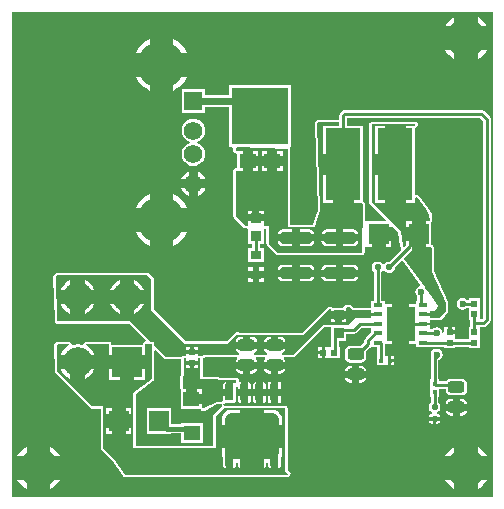
<source format=gtl>
G04*
G04 #@! TF.GenerationSoftware,Altium Limited,Altium Designer,19.1.6 (110)*
G04*
G04 Layer_Physical_Order=1*
G04 Layer_Color=255*
%FSLAX43Y43*%
%MOMM*%
G71*
G01*
G75*
%ADD12C,0.400*%
%ADD13C,0.250*%
%ADD14C,0.600*%
%ADD41R,2.490X3.000*%
%ADD42R,0.750X0.300*%
G04:AMPARAMS|DCode=43|XSize=0.5mm|YSize=0.5mm|CornerRadius=0.125mm|HoleSize=0mm|Usage=FLASHONLY|Rotation=90.000|XOffset=0mm|YOffset=0mm|HoleType=Round|Shape=RoundedRectangle|*
%AMROUNDEDRECTD43*
21,1,0.500,0.250,0,0,90.0*
21,1,0.250,0.500,0,0,90.0*
1,1,0.250,0.125,0.125*
1,1,0.250,0.125,-0.125*
1,1,0.250,-0.125,-0.125*
1,1,0.250,-0.125,0.125*
%
%ADD43ROUNDEDRECTD43*%
%ADD44R,0.550X0.550*%
%ADD45R,3.000X6.100*%
%ADD46R,1.400X1.250*%
%ADD47R,4.800X4.800*%
%ADD48R,0.900X0.850*%
%ADD49R,0.350X0.400*%
%ADD50R,0.400X0.350*%
%ADD51R,1.400X1.300*%
G04:AMPARAMS|DCode=52|XSize=2.7mm|YSize=1mm|CornerRadius=0.25mm|HoleSize=0mm|Usage=FLASHONLY|Rotation=0.000|XOffset=0mm|YOffset=0mm|HoleType=Round|Shape=RoundedRectangle|*
%AMROUNDEDRECTD52*
21,1,2.700,0.500,0,0,0.0*
21,1,2.200,1.000,0,0,0.0*
1,1,0.500,1.100,-0.250*
1,1,0.500,-1.100,-0.250*
1,1,0.500,-1.100,0.250*
1,1,0.500,1.100,0.250*
%
%ADD52ROUNDEDRECTD52*%
G04:AMPARAMS|DCode=53|XSize=1.4mm|YSize=1mm|CornerRadius=0.25mm|HoleSize=0mm|Usage=FLASHONLY|Rotation=0.000|XOffset=0mm|YOffset=0mm|HoleType=Round|Shape=RoundedRectangle|*
%AMROUNDEDRECTD53*
21,1,1.400,0.500,0,0,0.0*
21,1,0.900,1.000,0,0,0.0*
1,1,0.500,0.450,-0.250*
1,1,0.500,-0.450,-0.250*
1,1,0.500,-0.450,0.250*
1,1,0.500,0.450,0.250*
%
%ADD53ROUNDEDRECTD53*%
%ADD54R,0.950X0.800*%
%ADD55R,1.700X1.800*%
%ADD56R,0.550X0.550*%
G04:AMPARAMS|DCode=57|XSize=0.5mm|YSize=0.5mm|CornerRadius=0.125mm|HoleSize=0mm|Usage=FLASHONLY|Rotation=180.000|XOffset=0mm|YOffset=0mm|HoleType=Round|Shape=RoundedRectangle|*
%AMROUNDEDRECTD57*
21,1,0.500,0.250,0,0,180.0*
21,1,0.250,0.500,0,0,180.0*
1,1,0.250,-0.125,0.125*
1,1,0.250,0.125,0.125*
1,1,0.250,0.125,-0.125*
1,1,0.250,-0.125,-0.125*
%
%ADD57ROUNDEDRECTD57*%
G04:AMPARAMS|DCode=58|XSize=4.52mm|YSize=3.85mm|CornerRadius=0.481mm|HoleSize=0mm|Usage=FLASHONLY|Rotation=0.000|XOffset=0mm|YOffset=0mm|HoleType=Round|Shape=RoundedRectangle|*
%AMROUNDEDRECTD58*
21,1,4.520,2.888,0,0,0.0*
21,1,3.558,3.850,0,0,0.0*
1,1,0.963,1.779,-1.444*
1,1,0.963,-1.779,-1.444*
1,1,0.963,-1.779,1.444*
1,1,0.963,1.779,1.444*
%
%ADD58ROUNDEDRECTD58*%
G04:AMPARAMS|DCode=59|XSize=0.71mm|YSize=1.372mm|CornerRadius=0.089mm|HoleSize=0mm|Usage=FLASHONLY|Rotation=0.000|XOffset=0mm|YOffset=0mm|HoleType=Round|Shape=RoundedRectangle|*
%AMROUNDEDRECTD59*
21,1,0.710,1.195,0,0,0.0*
21,1,0.532,1.372,0,0,0.0*
1,1,0.178,0.266,-0.597*
1,1,0.178,-0.266,-0.597*
1,1,0.178,-0.266,0.597*
1,1,0.178,0.266,0.597*
%
%ADD59ROUNDEDRECTD59*%
%ADD60R,0.710X1.372*%
%ADD61C,0.381*%
%ADD62C,3.300*%
%ADD63R,1.570X1.570*%
%ADD64C,1.570*%
%ADD65C,4.000*%
%ADD66R,2.500X2.500*%
%ADD67C,2.500*%
%ADD68C,0.600*%
G36*
X98745Y55355D02*
X58055D01*
X58055Y96445D01*
X98745D01*
X98745Y55355D01*
D02*
G37*
%LPC*%
G36*
X97500Y95990D02*
Y95200D01*
X98290D01*
X98213Y95344D01*
X97957Y95657D01*
X97644Y95913D01*
X97500Y95990D01*
D02*
G37*
G36*
X95500D02*
X95356Y95913D01*
X95043Y95657D01*
X94787Y95344D01*
X94710Y95200D01*
X95500D01*
Y95990D01*
D02*
G37*
G36*
X71700Y94127D02*
Y92940D01*
X72887D01*
X72705Y93280D01*
X72405Y93645D01*
X72040Y93945D01*
X71700Y94127D01*
D02*
G37*
G36*
X69700Y94127D02*
X69360Y93945D01*
X68995Y93645D01*
X68695Y93280D01*
X68513Y92940D01*
X69700D01*
Y94127D01*
D02*
G37*
G36*
X98290Y93200D02*
X97500D01*
Y92410D01*
X97644Y92487D01*
X97957Y92743D01*
X98213Y93056D01*
X98290Y93200D01*
D02*
G37*
G36*
X95500D02*
X94710D01*
X94787Y93056D01*
X95043Y92743D01*
X95356Y92487D01*
X95500Y92410D01*
Y93200D01*
D02*
G37*
G36*
X72887Y90940D02*
X71700D01*
Y89753D01*
X72040Y89935D01*
X72405Y90235D01*
X72705Y90600D01*
X72887Y90940D01*
D02*
G37*
G36*
X69700D02*
X68513D01*
X68695Y90600D01*
X68995Y90235D01*
X69360Y89935D01*
X69700Y89753D01*
Y90940D01*
D02*
G37*
G36*
X81660Y90205D02*
X76460D01*
Y89380D01*
X74395D01*
Y89855D01*
X72425D01*
Y87885D01*
X74395D01*
Y88360D01*
X76460D01*
Y85005D01*
X76686D01*
X76714Y84992D01*
X76779Y84930D01*
X76796Y84908D01*
Y84642D01*
X76801Y84617D01*
X76803Y84591D01*
X76809Y84578D01*
X76812Y84564D01*
X76826Y84542D01*
X76837Y84519D01*
X76848Y84510D01*
X76856Y84498D01*
X76877Y84483D01*
X76896Y84466D01*
X76910Y84461D01*
X76922Y84453D01*
X76947Y84448D01*
X76972Y84440D01*
X77092Y84423D01*
X77120Y84300D01*
Y83300D01*
X77092Y83177D01*
X76972Y83160D01*
X76947Y83152D01*
X76922Y83146D01*
X76910Y83139D01*
X76896Y83134D01*
X76877Y83117D01*
X76856Y83102D01*
X76848Y83090D01*
X76837Y83081D01*
X76826Y83058D01*
X76812Y83036D01*
X76809Y83022D01*
X76803Y83009D01*
X76801Y82983D01*
X76796Y82958D01*
Y79100D01*
X76796Y79100D01*
X76812Y79022D01*
X76856Y78956D01*
X76856Y78956D01*
X77656Y78156D01*
X77722Y78112D01*
X77800Y78096D01*
X77942D01*
X77946Y78094D01*
X77979Y78072D01*
X78032Y78022D01*
X78050Y77989D01*
Y76800D01*
X78369D01*
Y76425D01*
X78025D01*
Y75225D01*
X79375D01*
Y76425D01*
X79031D01*
Y76800D01*
X79350D01*
Y77989D01*
X79368Y78022D01*
X79421Y78072D01*
X79454Y78094D01*
X79458Y78096D01*
X79596D01*
Y76800D01*
X79596Y76800D01*
X79612Y76722D01*
X79656Y76656D01*
X79656Y76656D01*
X80456Y75856D01*
X80522Y75812D01*
X80600Y75796D01*
X87700D01*
X87738Y75804D01*
X87776Y75811D01*
X87777Y75811D01*
X87778Y75812D01*
X87810Y75833D01*
X87843Y75854D01*
X87843Y75855D01*
X87844Y75856D01*
X87866Y75888D01*
X87888Y75920D01*
X87888Y75921D01*
X87888Y75922D01*
X87896Y75960D01*
X87904Y75998D01*
X87923Y78060D01*
X88050Y78059D01*
Y76500D01*
X88500D01*
Y77600D01*
X89100D01*
Y78200D01*
X90160D01*
X90267Y78244D01*
X90767Y77744D01*
X90934Y76537D01*
X90945Y76506D01*
X90953Y76475D01*
X90958Y76469D01*
X90960Y76462D01*
X90982Y76438D01*
X91002Y76412D01*
X91010Y76357D01*
X91005Y76286D01*
X90998Y76267D01*
X89988Y75256D01*
X89875D01*
X89748Y75231D01*
X89641Y75159D01*
X89569Y75052D01*
X89565Y75031D01*
X89435D01*
X89431Y75052D01*
X89359Y75159D01*
X89252Y75231D01*
X89125Y75256D01*
X88875D01*
X88748Y75231D01*
X88641Y75159D01*
X88569Y75052D01*
X88544Y74925D01*
Y74675D01*
X88569Y74548D01*
X88641Y74441D01*
X88669Y74422D01*
Y71950D01*
X88480D01*
Y71444D01*
X88390Y71354D01*
X88353Y71354D01*
X86984D01*
X86794Y71544D01*
X86728Y71588D01*
X86650Y71604D01*
X86467D01*
X86445Y71600D01*
X86424Y71599D01*
X86307Y71574D01*
X86290Y71567D01*
X86272Y71563D01*
X86254Y71551D01*
X86234Y71543D01*
X86221Y71530D01*
X86206Y71519D01*
X86194Y71501D01*
X86179Y71486D01*
X86172Y71468D01*
X86162Y71453D01*
X86157Y71432D01*
X86149Y71412D01*
X86030Y71375D01*
X85179D01*
X85128Y71409D01*
X85001Y71461D01*
X84923Y71477D01*
X84845Y71461D01*
X84779Y71417D01*
X82616Y69254D01*
X77309D01*
X77269Y69294D01*
X77203Y69338D01*
X77125Y69354D01*
X77047Y69338D01*
X76981Y69294D01*
X76216Y68529D01*
X72759D01*
X70054Y71234D01*
Y73800D01*
X70054Y73800D01*
X70038Y73878D01*
X69994Y73944D01*
X69669Y74269D01*
X69603Y74313D01*
X69525Y74329D01*
X61878D01*
X61841Y74322D01*
X61804Y74315D01*
X61802Y74314D01*
X61800Y74313D01*
X61768Y74292D01*
X61737Y74272D01*
X61613Y74153D01*
X61610Y74149D01*
X61606Y74146D01*
X61588Y74117D01*
X61568Y74088D01*
X61567Y74083D01*
X61564Y74078D01*
X61558Y74044D01*
X61551Y74010D01*
X61552Y74005D01*
X61551Y74000D01*
X61671Y70219D01*
X61679Y70183D01*
X61687Y70147D01*
X61688Y70144D01*
X61689Y70141D01*
X61710Y70111D01*
X61731Y70081D01*
X61734Y70079D01*
X61735Y70076D01*
X61767Y70057D01*
X61797Y70037D01*
X61800Y70036D01*
X61803Y70034D01*
X61839Y70028D01*
X61875Y70021D01*
X67966D01*
X69366Y68620D01*
X69311Y68496D01*
X69272Y68488D01*
X69206Y68444D01*
X69162Y68378D01*
X69146Y68300D01*
Y68250D01*
X66454D01*
Y68300D01*
X66438Y68378D01*
X66394Y68444D01*
X66328Y68488D01*
X66250Y68504D01*
X64351D01*
X64336Y68501D01*
X64321Y68502D01*
X64298Y68493D01*
X64273Y68488D01*
X64261Y68480D01*
X64246Y68475D01*
X64228Y68458D01*
X64207Y68444D01*
X64199Y68432D01*
X64187Y68421D01*
X64177Y68399D01*
X64163Y68378D01*
X64160Y68363D01*
X64153Y68350D01*
X64137Y68284D01*
X64016Y68208D01*
X63997Y68205D01*
X63979Y68213D01*
X63600Y68263D01*
X63221Y68213D01*
X63203Y68205D01*
X63184Y68208D01*
X63063Y68284D01*
X63047Y68350D01*
X63040Y68363D01*
X63037Y68378D01*
X63023Y68399D01*
X63013Y68421D01*
X63001Y68432D01*
X62993Y68444D01*
X62972Y68458D01*
X62954Y68475D01*
X62939Y68480D01*
X62927Y68488D01*
X62902Y68493D01*
X62879Y68502D01*
X62864Y68501D01*
X62849Y68504D01*
X61942D01*
X61941Y68504D01*
X61939Y68504D01*
X61902Y68496D01*
X61864Y68488D01*
X61863Y68488D01*
X61862Y68487D01*
X61830Y68465D01*
X61798Y68444D01*
X61797Y68443D01*
X61796Y68442D01*
X61682Y68324D01*
X61681Y68323D01*
X61679Y68322D01*
X61659Y68289D01*
X61639Y68257D01*
X61638Y68256D01*
X61637Y68254D01*
X61631Y68217D01*
X61624Y68179D01*
X61625Y68177D01*
X61624Y68175D01*
X61696Y65968D01*
X61704Y65933D01*
X61712Y65897D01*
X61713Y65894D01*
X61714Y65891D01*
X61736Y65861D01*
X61756Y65831D01*
X64706Y62881D01*
X64772Y62837D01*
X64850Y62821D01*
X65571D01*
Y59475D01*
X65571Y59475D01*
X65587Y59397D01*
X65631Y59331D01*
X65631Y59331D01*
X66519Y58443D01*
X67484Y57082D01*
X67496Y57070D01*
X67506Y57056D01*
X67525Y57043D01*
X67541Y57027D01*
X67558Y57021D01*
X67572Y57012D01*
X67594Y57007D01*
X67616Y56999D01*
X67633Y56999D01*
X67650Y56996D01*
X81370D01*
X81393Y57001D01*
X81417Y57001D01*
X81432Y57008D01*
X81448Y57012D01*
X81468Y57025D01*
X81489Y57034D01*
X81501Y57046D01*
X81515Y57056D01*
X81528Y57075D01*
X81544Y57092D01*
X81612Y57203D01*
X81618Y57219D01*
X81628Y57233D01*
X81632Y57256D01*
X81640Y57278D01*
X81640Y57294D01*
X81643Y57311D01*
X81639Y57334D01*
X81638Y57357D01*
X81631Y57372D01*
X81628Y57389D01*
X81615Y57408D01*
X81605Y57430D01*
X81593Y57441D01*
X81583Y57455D01*
X81379Y57659D01*
Y62875D01*
X81363Y62953D01*
X81319Y63019D01*
X81253Y63063D01*
X81175Y63079D01*
X76067D01*
X76053Y63088D01*
X75996Y63100D01*
X75977Y63104D01*
X75973Y63111D01*
X75941Y63226D01*
X75965Y63238D01*
X75974Y63248D01*
X75985Y63256D01*
X76081Y63331D01*
X76194Y63308D01*
X76726D01*
X76839Y63331D01*
X76934Y63395D01*
X76998Y63490D01*
X77021Y63603D01*
Y64704D01*
X77042Y64715D01*
X77169Y64634D01*
Y64465D01*
X77465D01*
Y65092D01*
X77464D01*
X77382Y65075D01*
X77283Y65127D01*
X77251Y65155D01*
X77245Y65256D01*
X77237Y65285D01*
X77232Y65315D01*
X77227Y65323D01*
X77224Y65333D01*
X77206Y65357D01*
X77190Y65383D01*
X77182Y65388D01*
X77176Y65396D01*
X77150Y65411D01*
X77126Y65429D01*
X77116Y65431D01*
X77107Y65436D01*
X77077Y65440D01*
X77048Y65447D01*
X74204Y65545D01*
X74204Y67065D01*
X74207Y67066D01*
X74224Y67077D01*
X74243Y67085D01*
X74257Y67099D01*
X74273Y67110D01*
X74359Y67196D01*
X77079D01*
X77116Y67100D01*
X77122Y67069D01*
X77026Y66926D01*
X77001Y66800D01*
X77900D01*
X78799D01*
X78774Y66926D01*
X78678Y67069D01*
X78684Y67100D01*
X78721Y67196D01*
X79479D01*
X79516Y67100D01*
X79522Y67069D01*
X79426Y66926D01*
X79401Y66800D01*
X81199D01*
X81174Y66926D01*
X81078Y67069D01*
X81084Y67100D01*
X81121Y67196D01*
X81850D01*
X81850Y67196D01*
X81928Y67212D01*
X81994Y67256D01*
X81994Y67256D01*
X84434Y69696D01*
X85050D01*
Y68932D01*
X85044Y68900D01*
Y68050D01*
X84590D01*
Y67575D01*
Y67100D01*
X85800D01*
Y68050D01*
X85706D01*
Y68575D01*
X86350D01*
Y69169D01*
X87000D01*
X87127Y69194D01*
X87234Y69266D01*
X87637Y69669D01*
X88460D01*
X88480Y69550D01*
X88480Y69550D01*
X88480Y69550D01*
Y69319D01*
X87992Y68831D01*
X87920Y68723D01*
X87895Y68596D01*
Y68439D01*
X87590Y68134D01*
X86700D01*
X86524Y68099D01*
X86376Y67999D01*
X86276Y67851D01*
X86241Y67675D01*
Y67175D01*
X86276Y66999D01*
X86376Y66851D01*
X86524Y66751D01*
X86700Y66716D01*
X87600D01*
X87776Y66751D01*
X87924Y66851D01*
X88024Y66999D01*
X88059Y67175D01*
Y67665D01*
X88380Y67986D01*
X88480Y68050D01*
X88974D01*
Y67275D01*
X88925D01*
Y66525D01*
X89895D01*
Y66900D01*
Y67275D01*
X89636D01*
Y68300D01*
X90250D01*
Y70000D01*
Y71700D01*
X89630D01*
Y71950D01*
X89331D01*
Y74422D01*
X89359Y74441D01*
X89431Y74548D01*
X89435Y74569D01*
X89565D01*
X89569Y74548D01*
X89641Y74441D01*
X89748Y74369D01*
X89875Y74344D01*
X90125D01*
X90252Y74369D01*
X90359Y74441D01*
X90431Y74548D01*
X90456Y74675D01*
Y74788D01*
X91009Y75340D01*
X91174Y75326D01*
X92619Y73302D01*
X92572Y73184D01*
X92505Y73171D01*
X92340Y73060D01*
X92229Y72895D01*
X92190Y72700D01*
X92229Y72505D01*
X92340Y72340D01*
X92369Y72320D01*
Y71950D01*
X92270D01*
Y71700D01*
X91650D01*
Y70000D01*
Y68300D01*
X92270D01*
Y68050D01*
X93420D01*
Y68069D01*
X94625D01*
Y67925D01*
X95575D01*
Y68069D01*
X96725D01*
Y67925D01*
X97675D01*
Y68825D01*
Y69719D01*
X97950D01*
X98077Y69744D01*
X98184Y69816D01*
X98484Y70116D01*
X98556Y70223D01*
X98581Y70350D01*
Y87350D01*
X98556Y87477D01*
X98484Y87584D01*
X98034Y88034D01*
X97927Y88106D01*
X97800Y88131D01*
X86246D01*
X86120Y88106D01*
X86012Y88034D01*
X85866Y87888D01*
X85794Y87780D01*
X85769Y87654D01*
Y87304D01*
X83991D01*
X83990Y87304D01*
X83988Y87304D01*
X83951Y87296D01*
X83913Y87288D01*
X83912Y87287D01*
X83910Y87287D01*
X83879Y87265D01*
X83847Y87244D01*
X83846Y87243D01*
X83845Y87242D01*
X83756Y87151D01*
X83756Y87149D01*
X83754Y87148D01*
X83734Y87116D01*
X83713Y87084D01*
X83713Y87082D01*
X83712Y87080D01*
X83706Y87043D01*
X83699Y87005D01*
X83699Y87004D01*
X83699Y87002D01*
X83945Y79585D01*
X83710Y78973D01*
X83708Y78964D01*
X83704Y78956D01*
X83546Y78404D01*
X81604Y78404D01*
X81604Y84780D01*
X81597Y84814D01*
X81592Y84849D01*
X81589Y84853D01*
X81588Y84858D01*
X81575Y84878D01*
X81583Y84915D01*
X81622Y84992D01*
X81635Y85005D01*
X81660D01*
Y90205D01*
D02*
G37*
G36*
X73410Y87364D02*
X73153Y87330D01*
X72913Y87230D01*
X72707Y87073D01*
X72550Y86867D01*
X72450Y86627D01*
X72416Y86370D01*
X72450Y86113D01*
X72550Y85873D01*
X72707Y85667D01*
X72913Y85510D01*
X73084Y85439D01*
Y85301D01*
X72913Y85230D01*
X72707Y85073D01*
X72550Y84867D01*
X72450Y84627D01*
X72416Y84370D01*
X72450Y84113D01*
X72550Y83873D01*
X72707Y83667D01*
X72913Y83510D01*
X73153Y83410D01*
X73410Y83377D01*
X73667Y83410D01*
X73907Y83510D01*
X74113Y83667D01*
X74270Y83873D01*
X74370Y84113D01*
X74404Y84370D01*
X74370Y84627D01*
X74270Y84867D01*
X74113Y85073D01*
X73907Y85230D01*
X73736Y85301D01*
Y85439D01*
X73907Y85510D01*
X74113Y85667D01*
X74270Y85873D01*
X74370Y86113D01*
X74404Y86370D01*
X74370Y86627D01*
X74270Y86867D01*
X74113Y87073D01*
X73907Y87230D01*
X73667Y87330D01*
X73410Y87364D01*
D02*
G37*
G36*
X73810Y82879D02*
Y82270D01*
X74419D01*
X74358Y82417D01*
X74184Y82644D01*
X73957Y82818D01*
X73810Y82879D01*
D02*
G37*
G36*
X73010D02*
X72863Y82818D01*
X72636Y82644D01*
X72462Y82417D01*
X72401Y82270D01*
X73010D01*
Y82879D01*
D02*
G37*
G36*
X74419Y81470D02*
X73810D01*
Y80861D01*
X73957Y80922D01*
X74184Y81096D01*
X74358Y81323D01*
X74419Y81470D01*
D02*
G37*
G36*
X73010D02*
X72401D01*
X72462Y81323D01*
X72636Y81096D01*
X72863Y80922D01*
X73010Y80861D01*
Y81470D01*
D02*
G37*
G36*
X71700Y80987D02*
Y79800D01*
X72887D01*
X72705Y80140D01*
X72405Y80505D01*
X72040Y80805D01*
X71700Y80987D01*
D02*
G37*
G36*
X69700D02*
X69360Y80805D01*
X68995Y80505D01*
X68695Y80140D01*
X68513Y79800D01*
X69700D01*
Y80987D01*
D02*
G37*
G36*
X72887Y77800D02*
X71700D01*
Y76613D01*
X72040Y76795D01*
X72405Y77095D01*
X72705Y77460D01*
X72887Y77800D01*
D02*
G37*
G36*
X69700D02*
X68513D01*
X68695Y77460D01*
X68995Y77095D01*
X69360Y76795D01*
X69700Y76613D01*
Y77800D01*
D02*
G37*
G36*
X90150Y77000D02*
X89700D01*
Y76500D01*
X90150D01*
Y77000D01*
D02*
G37*
G36*
X86900Y75009D02*
X86100D01*
Y74600D01*
X87349D01*
X87324Y74726D01*
X87224Y74874D01*
X87076Y74974D01*
X86900Y75009D01*
D02*
G37*
G36*
X85500D02*
X84700D01*
X84524Y74974D01*
X84376Y74874D01*
X84276Y74726D01*
X84251Y74600D01*
X85500D01*
Y75009D01*
D02*
G37*
G36*
X83200D02*
X82400D01*
Y74600D01*
X83649D01*
X83624Y74726D01*
X83524Y74874D01*
X83376Y74974D01*
X83200Y75009D01*
D02*
G37*
G36*
X81800D02*
X81000D01*
X80824Y74974D01*
X80676Y74874D01*
X80576Y74726D01*
X80551Y74600D01*
X81800D01*
Y75009D01*
D02*
G37*
G36*
X79375Y74775D02*
X78965D01*
Y74440D01*
X79375D01*
Y74775D01*
D02*
G37*
G36*
X78435D02*
X78025D01*
Y74440D01*
X78435D01*
Y74775D01*
D02*
G37*
G36*
X87349Y74000D02*
X86100D01*
Y73591D01*
X86900D01*
X87076Y73626D01*
X87224Y73726D01*
X87324Y73874D01*
X87349Y74000D01*
D02*
G37*
G36*
X85500D02*
X84251D01*
X84276Y73874D01*
X84376Y73726D01*
X84524Y73626D01*
X84700Y73591D01*
X85500D01*
Y74000D01*
D02*
G37*
G36*
X83649D02*
X82400D01*
Y73591D01*
X83200D01*
X83376Y73626D01*
X83524Y73726D01*
X83624Y73874D01*
X83649Y74000D01*
D02*
G37*
G36*
X81800D02*
X80551D01*
X80576Y73874D01*
X80676Y73726D01*
X80824Y73626D01*
X81000Y73591D01*
X81800D01*
Y74000D01*
D02*
G37*
G36*
X79375Y73910D02*
X78965D01*
Y73575D01*
X79375D01*
Y73910D01*
D02*
G37*
G36*
X78435D02*
X78025D01*
Y73575D01*
X78435D01*
Y73910D01*
D02*
G37*
G36*
X84260Y68050D02*
X83950D01*
Y67740D01*
X84260D01*
Y68050D01*
D02*
G37*
G36*
Y67410D02*
X83950D01*
Y67100D01*
X84260D01*
Y67410D01*
D02*
G37*
G36*
X90425Y67275D02*
X90155D01*
Y67030D01*
X90425D01*
Y67275D01*
D02*
G37*
G36*
Y66770D02*
X90155D01*
Y66525D01*
X90425D01*
Y66770D01*
D02*
G37*
G36*
X87600Y66434D02*
X87450D01*
Y66025D01*
X88049D01*
X88024Y66151D01*
X87924Y66299D01*
X87776Y66399D01*
X87600Y66434D01*
D02*
G37*
G36*
X86850D02*
X86700D01*
X86524Y66399D01*
X86376Y66299D01*
X86276Y66151D01*
X86251Y66025D01*
X86850D01*
Y66434D01*
D02*
G37*
G36*
X81199Y66200D02*
X80600D01*
Y65791D01*
X80750D01*
X80926Y65826D01*
X81074Y65926D01*
X81174Y66074D01*
X81199Y66200D01*
D02*
G37*
G36*
X80000D02*
X79401D01*
X79426Y66074D01*
X79526Y65926D01*
X79674Y65826D01*
X79850Y65791D01*
X80000D01*
Y66200D01*
D02*
G37*
G36*
X78799D02*
X78200D01*
Y65791D01*
X78350D01*
X78526Y65826D01*
X78674Y65926D01*
X78774Y66074D01*
X78799Y66200D01*
D02*
G37*
G36*
X77600D02*
X77001D01*
X77026Y66074D01*
X77126Y65926D01*
X77274Y65826D01*
X77450Y65791D01*
X77600D01*
Y66200D01*
D02*
G37*
G36*
X88049Y65425D02*
X87450D01*
Y65016D01*
X87600D01*
X87776Y65051D01*
X87924Y65151D01*
X88024Y65299D01*
X88049Y65425D01*
D02*
G37*
G36*
X86850D02*
X86251D01*
X86276Y65299D01*
X86376Y65151D01*
X86524Y65051D01*
X86700Y65016D01*
X86850D01*
Y65425D01*
D02*
G37*
G36*
X80825Y65086D02*
X80535D01*
Y64465D01*
X80825D01*
Y65086D01*
D02*
G37*
G36*
X80005D02*
X79715D01*
Y64465D01*
X80005D01*
Y65086D01*
D02*
G37*
G36*
X79266Y65092D02*
X79265D01*
Y64465D01*
X79561D01*
Y64797D01*
X79538Y64910D01*
X79474Y65005D01*
X79379Y65069D01*
X79266Y65092D01*
D02*
G37*
G36*
X78735D02*
X78734D01*
X78621Y65069D01*
X78526Y65005D01*
X78462Y64910D01*
X78439Y64797D01*
Y64465D01*
X78735D01*
Y65092D01*
D02*
G37*
G36*
X77996D02*
X77995D01*
Y64465D01*
X78291D01*
Y64797D01*
X78268Y64910D01*
X78204Y65005D01*
X78109Y65069D01*
X77996Y65092D01*
D02*
G37*
G36*
X94000Y67910D02*
X93805Y67871D01*
X93640Y67760D01*
X93529Y67595D01*
X93490Y67400D01*
X93519Y67257D01*
X93494Y67130D01*
Y65325D01*
X93450D01*
Y64525D01*
Y63825D01*
X93494D01*
Y63353D01*
X93466Y63334D01*
X93394Y63227D01*
X93369Y63100D01*
Y62850D01*
X93394Y62723D01*
X93466Y62616D01*
X93573Y62544D01*
X93594Y62540D01*
Y62410D01*
X93573Y62406D01*
X93466Y62334D01*
X93394Y62227D01*
X93377Y62140D01*
X93825D01*
X94273D01*
X94256Y62227D01*
X94184Y62334D01*
X94077Y62406D01*
X94056Y62410D01*
Y62540D01*
X94077Y62544D01*
X94184Y62616D01*
X94256Y62723D01*
X94281Y62850D01*
Y63100D01*
X94256Y63227D01*
X94184Y63334D01*
X94156Y63353D01*
Y63825D01*
X94200D01*
Y64519D01*
X94766D01*
Y64400D01*
X94801Y64224D01*
X94901Y64076D01*
X95049Y63976D01*
X95225Y63941D01*
X96125D01*
X96301Y63976D01*
X96449Y64076D01*
X96549Y64224D01*
X96584Y64400D01*
Y64900D01*
X96549Y65076D01*
X96449Y65224D01*
X96301Y65324D01*
X96125Y65359D01*
X95225D01*
X95049Y65324D01*
X94901Y65224D01*
X94872Y65181D01*
X94200D01*
Y65325D01*
X94156D01*
Y66921D01*
X94195Y66929D01*
X94360Y67040D01*
X94471Y67205D01*
X94510Y67400D01*
X94471Y67595D01*
X94360Y67760D01*
X94195Y67871D01*
X94000Y67910D01*
D02*
G37*
G36*
X80825Y63935D02*
X80535D01*
Y63314D01*
X80825D01*
Y63935D01*
D02*
G37*
G36*
X80005D02*
X79715D01*
Y63314D01*
X80005D01*
Y63935D01*
D02*
G37*
G36*
X79561D02*
X79265D01*
Y63308D01*
X79266D01*
X79379Y63331D01*
X79474Y63395D01*
X79538Y63490D01*
X79561Y63603D01*
Y63935D01*
D02*
G37*
G36*
X78735D02*
X78439D01*
Y63603D01*
X78462Y63490D01*
X78526Y63395D01*
X78621Y63331D01*
X78734Y63308D01*
X78735D01*
Y63935D01*
D02*
G37*
G36*
X78291D02*
X77995D01*
Y63308D01*
X77996D01*
X78109Y63331D01*
X78204Y63395D01*
X78268Y63490D01*
X78291Y63603D01*
Y63935D01*
D02*
G37*
G36*
X77465D02*
X77169D01*
Y63603D01*
X77192Y63490D01*
X77256Y63395D01*
X77351Y63331D01*
X77464Y63308D01*
X77465D01*
Y63935D01*
D02*
G37*
G36*
X96125Y63659D02*
X95975D01*
Y63250D01*
X96574D01*
X96549Y63376D01*
X96449Y63524D01*
X96301Y63624D01*
X96125Y63659D01*
D02*
G37*
G36*
X95375D02*
X95225D01*
X95049Y63624D01*
X94901Y63524D01*
X94801Y63376D01*
X94776Y63250D01*
X95375D01*
Y63659D01*
D02*
G37*
G36*
X96574Y62650D02*
X95975D01*
Y62241D01*
X96125D01*
X96301Y62276D01*
X96449Y62376D01*
X96549Y62524D01*
X96574Y62650D01*
D02*
G37*
G36*
X95375D02*
X94776D01*
X94801Y62524D01*
X94901Y62376D01*
X95049Y62276D01*
X95225Y62241D01*
X95375D01*
Y62650D01*
D02*
G37*
G36*
X94273Y61810D02*
X93990D01*
Y61527D01*
X94077Y61544D01*
X94184Y61616D01*
X94256Y61723D01*
X94273Y61810D01*
D02*
G37*
G36*
X93660D02*
X93377D01*
X93394Y61723D01*
X93466Y61616D01*
X93573Y61544D01*
X93660Y61527D01*
Y61810D01*
D02*
G37*
G36*
X97500Y59590D02*
Y58800D01*
X98290D01*
X98213Y58944D01*
X97957Y59257D01*
X97644Y59513D01*
X97500Y59590D01*
D02*
G37*
G36*
X95500D02*
X95356Y59513D01*
X95043Y59257D01*
X94787Y58944D01*
X94710Y58800D01*
X95500D01*
Y59590D01*
D02*
G37*
G36*
X61300D02*
Y58800D01*
X62090D01*
X62013Y58944D01*
X61757Y59257D01*
X61444Y59513D01*
X61300Y59590D01*
D02*
G37*
G36*
X59300D02*
X59156Y59513D01*
X58843Y59257D01*
X58587Y58944D01*
X58510Y58800D01*
X59300D01*
Y59590D01*
D02*
G37*
G36*
X98290Y56800D02*
X97500D01*
Y56010D01*
X97644Y56087D01*
X97957Y56343D01*
X98213Y56656D01*
X98290Y56800D01*
D02*
G37*
G36*
X95500D02*
X94710D01*
X94787Y56656D01*
X95043Y56343D01*
X95356Y56087D01*
X95500Y56010D01*
Y56800D01*
D02*
G37*
G36*
X62090D02*
X61300D01*
Y56010D01*
X61444Y56087D01*
X61757Y56343D01*
X62013Y56656D01*
X62090Y56800D01*
D02*
G37*
G36*
X59300D02*
X58510D01*
X58587Y56656D01*
X58843Y56343D01*
X59156Y56087D01*
X59300Y56010D01*
Y56800D01*
D02*
G37*
%LPD*%
G36*
X85769Y86750D02*
X84400D01*
Y84400D01*
X86100D01*
Y83500D01*
X87000D01*
Y80250D01*
X87649D01*
X87739Y80160D01*
X87700Y76000D01*
X80600D01*
X79800Y76800D01*
Y78300D01*
X79456D01*
X79350Y78350D01*
X79350Y78427D01*
Y78675D01*
X78700D01*
X78050D01*
Y78427D01*
X78050Y78350D01*
X77944Y78300D01*
X77800D01*
X77000Y79100D01*
Y82958D01*
X77120Y82975D01*
X77127Y82975D01*
X77590D01*
Y83800D01*
Y84625D01*
X77127D01*
X77120Y84625D01*
X77000Y84642D01*
Y84908D01*
X77092Y84995D01*
X81400Y84780D01*
X81400Y78200D01*
X83700Y78200D01*
X83900Y78900D01*
X84150Y79550D01*
X83903Y87009D01*
X83991Y87100D01*
X85769D01*
Y86750D01*
D02*
G37*
G36*
X92205Y86875D02*
X92199Y86851D01*
X92110Y86750D01*
X91400D01*
Y83500D01*
Y80250D01*
X92200D01*
Y80662D01*
X92327Y80705D01*
X93100Y79700D01*
X93400Y79200D01*
X93434Y78793D01*
X93348Y78700D01*
X93100D01*
Y77600D01*
Y76500D01*
X93550D01*
X93600Y76394D01*
Y74400D01*
X94800Y71800D01*
Y71100D01*
X94300Y70500D01*
X93420D01*
Y70700D01*
X92845D01*
Y70900D01*
X93420D01*
Y71100D01*
X93800D01*
X94000Y71300D01*
X94100Y71500D01*
X93800Y72000D01*
X93175Y72875D01*
X93171Y72895D01*
X93060Y73060D01*
X93026Y73083D01*
X91279Y75530D01*
X91269Y75600D01*
X91900Y76231D01*
Y77000D01*
X91450D01*
Y76907D01*
X91444Y76875D01*
Y76712D01*
X91256Y76525D01*
X91136Y76565D01*
X90960Y77840D01*
X90150Y78650D01*
Y78700D01*
X90100D01*
X88500Y80300D01*
X88500Y86900D01*
X92198D01*
X92205Y86875D01*
D02*
G37*
G36*
X97919Y87213D02*
Y70487D01*
X97813Y70381D01*
X97675D01*
Y71225D01*
Y72175D01*
X96725D01*
Y72031D01*
X96580D01*
X96560Y72060D01*
X96395Y72171D01*
X96200Y72210D01*
X96005Y72171D01*
X95840Y72060D01*
X95729Y71895D01*
X95690Y71700D01*
X95729Y71505D01*
X95840Y71340D01*
X96005Y71229D01*
X96200Y71190D01*
X96395Y71229D01*
X96560Y71340D01*
X96580Y71369D01*
X96725D01*
Y70325D01*
X96869D01*
Y69775D01*
X96725D01*
Y68731D01*
X95575D01*
Y69135D01*
X95100D01*
Y69300D01*
X94935D01*
Y69775D01*
X94625D01*
Y69272D01*
X94498Y69259D01*
X94471Y69395D01*
X94360Y69560D01*
X94195Y69671D01*
X94000Y69710D01*
X93805Y69671D01*
X93640Y69560D01*
X93620Y69531D01*
X93440D01*
X93420Y69650D01*
X93420Y69650D01*
X93420Y69650D01*
Y69900D01*
X92845D01*
Y70100D01*
X93420D01*
Y70296D01*
X94300D01*
X94309Y70298D01*
X94318Y70297D01*
X94348Y70306D01*
X94378Y70312D01*
X94386Y70317D01*
X94395Y70319D01*
X94419Y70339D01*
X94444Y70356D01*
X94449Y70364D01*
X94457Y70369D01*
X94957Y70969D01*
X94971Y70996D01*
X94988Y71022D01*
X94990Y71031D01*
X94995Y71039D01*
X94998Y71070D01*
X95004Y71100D01*
Y71800D01*
X95003Y71804D01*
X95004Y71808D01*
X94995Y71843D01*
X94988Y71878D01*
X94986Y71881D01*
X94985Y71885D01*
X93804Y74445D01*
Y76394D01*
X93803Y76398D01*
X93804Y76403D01*
X93795Y76437D01*
X93788Y76472D01*
X93786Y76476D01*
X93785Y76481D01*
X93735Y76587D01*
X93714Y76615D01*
X93694Y76644D01*
X93690Y76647D01*
X93687Y76651D01*
X93657Y76669D01*
X93628Y76688D01*
X93623Y76689D01*
X93619Y76692D01*
X93584Y76697D01*
X93550Y76704D01*
Y78618D01*
X93584Y78655D01*
X93586Y78659D01*
X93590Y78662D01*
X93607Y78693D01*
X93625Y78723D01*
X93626Y78728D01*
X93628Y78731D01*
X93632Y78767D01*
X93638Y78802D01*
X93637Y78806D01*
X93637Y78810D01*
X93603Y79217D01*
X93601Y79223D01*
X93602Y79230D01*
X93590Y79261D01*
X93581Y79293D01*
X93577Y79299D01*
X93575Y79305D01*
X93275Y79805D01*
X93267Y79814D01*
X93262Y79824D01*
X92489Y80829D01*
X92484Y80834D01*
X92480Y80839D01*
X92454Y80860D01*
X92429Y80882D01*
X92422Y80884D01*
X92417Y80888D01*
X92385Y80896D01*
X92353Y80907D01*
X92347Y80907D01*
X92340Y80908D01*
X92327Y80907D01*
X92284Y80924D01*
X92207Y80990D01*
X92200Y80999D01*
Y86567D01*
X92226Y86587D01*
X92254Y86606D01*
X92257Y86611D01*
X92262Y86615D01*
X92352Y86716D01*
X92356Y86723D01*
X92362Y86729D01*
X92376Y86757D01*
X92392Y86785D01*
X92393Y86793D01*
X92396Y86800D01*
X92403Y86824D01*
X92403Y86839D01*
X92408Y86854D01*
X92406Y86879D01*
X92407Y86904D01*
X92402Y86918D01*
X92400Y86933D01*
X92393Y86958D01*
X92388Y86968D01*
X92386Y86978D01*
X92370Y87002D01*
X92356Y87028D01*
X92348Y87035D01*
X92342Y87044D01*
X92317Y87061D01*
X92295Y87079D01*
X92284Y87082D01*
X92276Y87088D01*
X92247Y87094D01*
X92219Y87103D01*
X92208Y87102D01*
X92198Y87104D01*
X88500D01*
X88422Y87088D01*
X88356Y87044D01*
X88312Y86978D01*
X88296Y86900D01*
X88296Y80300D01*
X88312Y80222D01*
X88356Y80156D01*
X88356Y80156D01*
X89694Y78817D01*
X89646Y78700D01*
X88056D01*
X87929Y78715D01*
X87942Y80158D01*
X87942Y80158D01*
X87942Y80159D01*
X87935Y80198D01*
X87928Y80236D01*
X87927Y80236D01*
X87927Y80237D01*
X87906Y80270D01*
X87884Y80303D01*
X87884Y80303D01*
X87883Y80303D01*
X87800Y80387D01*
Y86750D01*
X86431D01*
Y87469D01*
X97663D01*
X97919Y87213D01*
D02*
G37*
G36*
X69850Y73800D02*
Y71150D01*
X72675Y68325D01*
X76300D01*
X77125Y69150D01*
X77225Y69050D01*
X82700D01*
X84923Y71273D01*
X85050Y71220D01*
Y71050D01*
X85700D01*
X86350D01*
Y71375D01*
X86467Y71400D01*
X86650D01*
X86900Y71150D01*
X88353D01*
X88480Y71150D01*
Y70900D01*
X89055D01*
Y70700D01*
X88480D01*
Y70475D01*
X87075D01*
X86500Y69900D01*
X84350D01*
X81850Y67400D01*
X80943D01*
X80926Y67526D01*
X81074Y67626D01*
X81174Y67774D01*
X81199Y67900D01*
X79401D01*
X79426Y67774D01*
X79526Y67626D01*
X79674Y67526D01*
X79657Y67400D01*
X78543D01*
X78526Y67526D01*
X78674Y67626D01*
X78774Y67774D01*
X78799Y67900D01*
X77900D01*
Y68200D01*
D01*
Y67900D01*
X77001D01*
X77026Y67774D01*
X77126Y67626D01*
X77274Y67526D01*
X77257Y67400D01*
X74275D01*
X74129Y67254D01*
X74078Y67288D01*
X74000Y67304D01*
X73775D01*
Y67435D01*
X73300D01*
X72825D01*
Y67304D01*
X72600D01*
X72522Y67288D01*
X72456Y67244D01*
X72426Y67200D01*
X71075D01*
X70104Y68171D01*
Y68300D01*
X70088Y68378D01*
X70044Y68444D01*
X69978Y68488D01*
X69900Y68504D01*
X69771D01*
X68050Y70225D01*
X61875D01*
X61755Y74006D01*
X61878Y74125D01*
X69525D01*
X69850Y73800D01*
D02*
G37*
G36*
X69900Y65300D02*
X68325Y64125D01*
Y59475D01*
X75325D01*
X75300Y59500D01*
Y62225D01*
X75975Y62900D01*
X76000Y62875D01*
X81175D01*
Y57575D01*
X81439Y57311D01*
X81370Y57200D01*
X67650D01*
X66675Y58575D01*
X65775Y59475D01*
Y63025D01*
X64850D01*
X61900Y65975D01*
X61828Y68182D01*
X61942Y68300D01*
X62849D01*
X62881Y68173D01*
X62735Y68095D01*
X62499Y67901D01*
X62305Y67665D01*
X62163Y67400D01*
X63600D01*
X65037D01*
X64895Y67665D01*
X64701Y67901D01*
X64465Y68095D01*
X64319Y68173D01*
X64351Y68300D01*
X66250D01*
Y67400D01*
X67800D01*
X69350D01*
Y68300D01*
X69900D01*
Y65300D01*
D02*
G37*
G36*
X74000Y65348D02*
X77041Y65243D01*
X77053Y65057D01*
X76960Y65017D01*
X76928Y65009D01*
X76839Y65069D01*
X76726Y65092D01*
X76725D01*
Y64200D01*
X76460D01*
Y63935D01*
X75899D01*
Y63603D01*
X75914Y63527D01*
X75841Y63400D01*
X75400D01*
X74277Y62839D01*
X74150Y62917D01*
Y63220D01*
X73250D01*
Y63650D01*
X72820D01*
Y64500D01*
X72584D01*
X72497Y64592D01*
X72600Y66500D01*
Y67100D01*
X72825D01*
Y66865D01*
X73300D01*
X73775D01*
Y67100D01*
X74000D01*
X74000Y65348D01*
D02*
G37*
G36*
X70931Y67056D02*
X70997Y67012D01*
X71075Y66996D01*
X72396D01*
Y66506D01*
X72293Y64603D01*
X72294Y64600D01*
X72293Y64598D01*
X72299Y64561D01*
X72305Y64524D01*
X72306Y64522D01*
X72306Y64519D01*
X72326Y64488D01*
X72345Y64456D01*
X72347Y64454D01*
X72349Y64452D01*
X72350Y64451D01*
Y62800D01*
X73984D01*
X73985Y62798D01*
X73997Y62787D01*
X74006Y62773D01*
X74025Y62760D01*
X74043Y62744D01*
X74170Y62665D01*
X74192Y62657D01*
X74213Y62645D01*
X74229Y62643D01*
X74244Y62637D01*
X74268Y62638D01*
X74291Y62635D01*
X74307Y62639D01*
X74324Y62640D01*
X74345Y62650D01*
X74368Y62656D01*
X75448Y63196D01*
X75819D01*
X75841Y63196D01*
X75874Y63073D01*
X75859Y63063D01*
X75831Y63044D01*
X75831Y63044D01*
X75156Y62369D01*
X75112Y62303D01*
X75096Y62225D01*
Y59679D01*
X68529D01*
Y64023D01*
X70022Y65137D01*
X70032Y65148D01*
X70044Y65156D01*
X70058Y65177D01*
X70075Y65196D01*
X70080Y65210D01*
X70088Y65222D01*
X70093Y65247D01*
X70102Y65271D01*
X70101Y65285D01*
X70104Y65300D01*
Y67717D01*
X70221Y67765D01*
X70931Y67056D01*
D02*
G37*
%LPC*%
G36*
X78450Y84625D02*
Y84230D01*
X78920D01*
Y84625D01*
X78450D01*
D02*
G37*
G36*
X81000D02*
X80530D01*
Y84230D01*
X81000D01*
Y84625D01*
D02*
G37*
G36*
X79670D02*
X79200D01*
Y84230D01*
X79670D01*
Y84625D01*
D02*
G37*
G36*
X81000Y83370D02*
X80530D01*
Y82975D01*
X81000D01*
Y83370D01*
D02*
G37*
G36*
X79670D02*
X79200D01*
Y82975D01*
X79670D01*
Y83370D01*
D02*
G37*
G36*
X78920D02*
X78450D01*
Y82975D01*
X78920D01*
Y83370D01*
D02*
G37*
G36*
X85200Y82600D02*
X84400D01*
Y80250D01*
X85200D01*
Y82600D01*
D02*
G37*
G36*
X79350Y79600D02*
X79000D01*
Y79275D01*
X79350D01*
Y79600D01*
D02*
G37*
G36*
X78400D02*
X78050D01*
Y79275D01*
X78400D01*
Y79600D01*
D02*
G37*
G36*
X86900Y78009D02*
X86100D01*
Y77600D01*
X87349D01*
X87324Y77726D01*
X87224Y77874D01*
X87076Y77974D01*
X86900Y78009D01*
D02*
G37*
G36*
X85500D02*
X84700D01*
X84524Y77974D01*
X84376Y77874D01*
X84276Y77726D01*
X84251Y77600D01*
X85500D01*
Y78009D01*
D02*
G37*
G36*
X83200D02*
X82400D01*
Y77600D01*
X83649D01*
X83624Y77726D01*
X83524Y77874D01*
X83376Y77974D01*
X83200Y78009D01*
D02*
G37*
G36*
X81800D02*
X81000D01*
X80824Y77974D01*
X80676Y77874D01*
X80576Y77726D01*
X80551Y77600D01*
X81800D01*
Y78009D01*
D02*
G37*
G36*
X87349Y77000D02*
X86100D01*
Y76591D01*
X86900D01*
X87076Y76626D01*
X87224Y76726D01*
X87324Y76874D01*
X87349Y77000D01*
D02*
G37*
G36*
X85500D02*
X84251D01*
X84276Y76874D01*
X84376Y76726D01*
X84524Y76626D01*
X84700Y76591D01*
X85500D01*
Y77000D01*
D02*
G37*
G36*
X83649D02*
X82400D01*
Y76591D01*
X83200D01*
X83376Y76626D01*
X83524Y76726D01*
X83624Y76874D01*
X83649Y77000D01*
D02*
G37*
G36*
X81800D02*
X80551D01*
X80576Y76874D01*
X80676Y76726D01*
X80824Y76626D01*
X81000Y76591D01*
X81800D01*
Y77000D01*
D02*
G37*
G36*
X89600Y86750D02*
X88800D01*
Y84400D01*
X89600D01*
Y86750D01*
D02*
G37*
G36*
Y82600D02*
X88800D01*
Y80250D01*
X89600D01*
Y82600D01*
D02*
G37*
G36*
X91900Y78700D02*
X91450D01*
Y78200D01*
X91900D01*
Y78700D01*
D02*
G37*
G36*
X95575Y69775D02*
X95265D01*
Y69465D01*
X95575D01*
Y69775D01*
D02*
G37*
G36*
X68400Y73737D02*
Y72900D01*
X69237D01*
X69095Y73165D01*
X68901Y73401D01*
X68665Y73595D01*
X68400Y73737D01*
D02*
G37*
G36*
X64200D02*
Y72900D01*
X65037D01*
X64895Y73165D01*
X64701Y73401D01*
X64465Y73595D01*
X64200Y73737D01*
D02*
G37*
G36*
X67200D02*
X66935Y73595D01*
X66699Y73401D01*
X66505Y73165D01*
X66363Y72900D01*
X67200D01*
Y73737D01*
D02*
G37*
G36*
X63000D02*
X62735Y73595D01*
X62499Y73401D01*
X62305Y73165D01*
X62163Y72900D01*
X63000D01*
Y73737D01*
D02*
G37*
G36*
X69237Y71700D02*
X68400D01*
Y70863D01*
X68665Y71005D01*
X68901Y71199D01*
X69095Y71435D01*
X69237Y71700D01*
D02*
G37*
G36*
X65037D02*
X64200D01*
Y70863D01*
X64465Y71005D01*
X64701Y71199D01*
X64895Y71435D01*
X65037Y71700D01*
D02*
G37*
G36*
X67200D02*
X66363D01*
X66505Y71435D01*
X66699Y71199D01*
X66935Y71005D01*
X67200Y70863D01*
Y71700D01*
D02*
G37*
G36*
X63000D02*
X62163D01*
X62305Y71435D01*
X62499Y71199D01*
X62735Y71005D01*
X63000Y70863D01*
Y71700D01*
D02*
G37*
G36*
X86350Y70450D02*
X86000D01*
Y70125D01*
X86350D01*
Y70450D01*
D02*
G37*
G36*
X85400D02*
X85050D01*
Y70125D01*
X85400D01*
Y70450D01*
D02*
G37*
G36*
X80750Y68909D02*
X80600D01*
Y68500D01*
X81199D01*
X81174Y68626D01*
X81074Y68774D01*
X80926Y68874D01*
X80750Y68909D01*
D02*
G37*
G36*
X80000D02*
X79850D01*
X79674Y68874D01*
X79526Y68774D01*
X79426Y68626D01*
X79401Y68500D01*
X80000D01*
Y68909D01*
D02*
G37*
G36*
X78350D02*
X78200D01*
Y68500D01*
X78799D01*
X78774Y68626D01*
X78674Y68774D01*
X78526Y68874D01*
X78350Y68909D01*
D02*
G37*
G36*
X77600D02*
X77450D01*
X77274Y68874D01*
X77126Y68774D01*
X77026Y68626D01*
X77001Y68500D01*
X77600D01*
Y68909D01*
D02*
G37*
G36*
X73775Y68075D02*
X73465D01*
Y67765D01*
X73775D01*
Y68075D01*
D02*
G37*
G36*
X73135D02*
X72825D01*
Y67765D01*
X73135D01*
Y68075D01*
D02*
G37*
G36*
X65037Y66200D02*
X64200D01*
Y65363D01*
X64465Y65505D01*
X64701Y65699D01*
X64895Y65935D01*
X65037Y66200D01*
D02*
G37*
G36*
X63000D02*
X62163D01*
X62305Y65935D01*
X62499Y65699D01*
X62735Y65505D01*
X63000Y65363D01*
Y66200D01*
D02*
G37*
G36*
X69350D02*
X68400D01*
Y65250D01*
X69350D01*
Y66200D01*
D02*
G37*
G36*
X67200D02*
X66250D01*
Y65250D01*
X67200D01*
Y66200D01*
D02*
G37*
G36*
X68150Y62900D02*
X67700D01*
Y62400D01*
X68150D01*
Y62900D01*
D02*
G37*
G36*
X66500D02*
X66050D01*
Y62400D01*
X66500D01*
Y62900D01*
D02*
G37*
G36*
X80144Y62712D02*
X79365D01*
Y61480D01*
X80932D01*
Y61924D01*
X80905Y62128D01*
X80826Y62318D01*
X80701Y62481D01*
X80538Y62606D01*
X80348Y62685D01*
X80144Y62712D01*
D02*
G37*
G36*
X77365D02*
X76586D01*
X76382Y62685D01*
X76192Y62606D01*
X76029Y62481D01*
X75904Y62318D01*
X75825Y62128D01*
X75798Y61924D01*
Y61480D01*
X77365D01*
Y62712D01*
D02*
G37*
G36*
X68150Y61200D02*
X67700D01*
Y60700D01*
X68150D01*
Y61200D01*
D02*
G37*
G36*
X66500D02*
X66050D01*
Y60700D01*
X66500D01*
Y61200D01*
D02*
G37*
G36*
X77365Y59480D02*
X75798D01*
Y59036D01*
X75825Y58832D01*
X75899Y58653D01*
Y58063D01*
X75922Y57950D01*
X75986Y57855D01*
X76081Y57791D01*
X76194Y57768D01*
X76195D01*
Y58660D01*
X76725D01*
Y57768D01*
X76726D01*
X76839Y57791D01*
X76934Y57855D01*
X76998Y57950D01*
X77021Y58063D01*
Y58248D01*
X77169D01*
Y58063D01*
X77192Y57950D01*
X77256Y57855D01*
X77351Y57791D01*
X77365Y57788D01*
Y59480D01*
D02*
G37*
G36*
X80932D02*
X79365D01*
Y57788D01*
X79379Y57791D01*
X79474Y57855D01*
X79538Y57950D01*
X79561Y58063D01*
Y58248D01*
X79709D01*
Y58063D01*
X79732Y57950D01*
X79796Y57855D01*
X79891Y57791D01*
X80004Y57768D01*
X80005D01*
Y58660D01*
X80535D01*
Y57768D01*
X80536D01*
X80649Y57791D01*
X80744Y57855D01*
X80808Y57950D01*
X80831Y58063D01*
Y58653D01*
X80905Y58832D01*
X80932Y59036D01*
Y59480D01*
D02*
G37*
G36*
X73775Y66535D02*
X73465D01*
Y66225D01*
X73775D01*
Y66535D01*
D02*
G37*
G36*
X73135D02*
X72825D01*
Y66225D01*
X73135D01*
Y66535D01*
D02*
G37*
G36*
X76195Y65092D02*
X76194D01*
X76081Y65069D01*
X75986Y65005D01*
X75922Y64910D01*
X75899Y64797D01*
Y64465D01*
X76195D01*
Y65092D01*
D02*
G37*
G36*
X74150Y64500D02*
X73680D01*
Y64080D01*
X74150D01*
Y64500D01*
D02*
G37*
G36*
X71550Y62900D02*
X69450D01*
Y60700D01*
X71550D01*
Y60733D01*
X72400D01*
Y59900D01*
X74200D01*
Y61600D01*
X72400D01*
Y61548D01*
X71550D01*
Y62900D01*
D02*
G37*
%LPD*%
D12*
X71160Y61140D02*
X72910D01*
D13*
X94000Y67305D02*
Y67400D01*
X93825Y67130D02*
X94000Y67305D01*
X93825Y64925D02*
Y67130D01*
Y62975D02*
Y64225D01*
Y64900D02*
Y64925D01*
Y64900D02*
X93875Y64850D01*
X95475D01*
X95675Y64650D01*
X88830Y69200D02*
X89055D01*
X88226Y68596D02*
X88830Y69200D01*
X88226Y68301D02*
Y68596D01*
X87350Y67425D02*
X88226Y68301D01*
X87150Y67425D02*
X87350D01*
X85675Y69200D02*
X85700D01*
X85375Y68900D02*
X85675Y69200D01*
X85375Y67625D02*
Y68900D01*
X85325Y67575D02*
X85375Y67625D01*
X89055Y68400D02*
X89280D01*
X89305Y66920D02*
X89325Y66900D01*
X89305Y66920D02*
Y68375D01*
X89280Y68400D02*
X89305Y68375D01*
X88805Y68400D02*
X89055D01*
X92845Y71600D02*
X92895D01*
X92700Y71625D02*
Y72700D01*
Y71625D02*
X92725Y71600D01*
X92845D01*
X89055D02*
X89105D01*
X89025D02*
X89055D01*
X89000Y71625D02*
X89025Y71600D01*
X89000Y71625D02*
Y74800D01*
X92895Y68400D02*
X95100D01*
X92845Y69200D02*
X94000D01*
X87500Y70000D02*
X89055D01*
X98250Y70350D02*
Y87350D01*
X97800Y87800D02*
X98250Y87350D01*
X86246Y87800D02*
X97800D01*
X97950Y70050D02*
X98250Y70350D01*
X97200Y70050D02*
X97950D01*
X86100Y83662D02*
Y87654D01*
X86100Y83500D02*
Y83662D01*
X86100Y87654D02*
X86246Y87800D01*
X86100Y83662D02*
X86100Y83662D01*
X78700Y75825D02*
Y77425D01*
X80100Y83800D02*
X80400Y83500D01*
X97200Y70050D02*
Y70800D01*
Y69300D02*
Y70050D01*
X96200Y71700D02*
X97200D01*
X91500Y70000D02*
X92895D01*
X91000D02*
X91500D01*
X91775Y76875D02*
X92500Y77600D01*
X91775Y76575D02*
Y76875D01*
X90000Y74800D02*
X91775Y76575D01*
X92895Y68400D02*
X92895Y68400D01*
X95100D02*
X97200D01*
X87000Y69500D02*
X87500Y70000D01*
X86000Y69500D02*
X87000D01*
X85700Y69200D02*
X86000Y69500D01*
D14*
X77795Y88870D02*
X79060Y87605D01*
X73410Y88870D02*
X77795D01*
X73280Y89000D02*
X73410Y88870D01*
D41*
X90950Y70000D02*
D03*
D42*
X92845Y68400D02*
D03*
Y69200D02*
D03*
Y70000D02*
D03*
Y70800D02*
D03*
Y71600D02*
D03*
X89055Y68400D02*
D03*
Y69200D02*
D03*
Y70000D02*
D03*
Y70800D02*
D03*
Y71600D02*
D03*
D43*
X89000Y74800D02*
D03*
X90000D02*
D03*
D44*
X97200Y71700D02*
D03*
Y70800D02*
D03*
X73300Y66700D02*
D03*
Y67600D02*
D03*
X97200Y68400D02*
D03*
Y69300D02*
D03*
X95100D02*
D03*
Y68400D02*
D03*
D45*
X86100Y83500D02*
D03*
X90500D02*
D03*
D46*
X78020Y83800D02*
D03*
X80100D02*
D03*
D47*
X79060Y87605D02*
D03*
D48*
X85700Y69200D02*
D03*
Y70750D02*
D03*
X78700Y77425D02*
D03*
Y78975D02*
D03*
D49*
X93825Y64925D02*
D03*
Y64225D02*
D03*
D50*
X89325Y66900D02*
D03*
X90025D02*
D03*
D51*
X73250Y63650D02*
D03*
X73300Y60750D02*
D03*
D52*
X85800Y74300D02*
D03*
Y77300D02*
D03*
X82100Y74300D02*
D03*
Y77300D02*
D03*
D53*
X80300Y66500D02*
D03*
Y68200D02*
D03*
X77900D02*
D03*
Y66500D02*
D03*
X95675Y62950D02*
D03*
Y64650D02*
D03*
X87150Y65725D02*
D03*
Y67425D02*
D03*
D54*
X78700Y74175D02*
D03*
Y75825D02*
D03*
D55*
X89100Y77600D02*
D03*
X92500D02*
D03*
X70500Y61800D02*
D03*
X67100D02*
D03*
D56*
X84425Y67575D02*
D03*
X85325D02*
D03*
D57*
X93825Y61975D02*
D03*
Y62975D02*
D03*
D58*
X78365Y60480D02*
D03*
D59*
X76460Y58660D02*
D03*
X77730D02*
D03*
X79000D02*
D03*
X80270D02*
D03*
X76460Y64200D02*
D03*
X77730D02*
D03*
X79000D02*
D03*
D60*
X80270D02*
D03*
D61*
X95193Y64400D02*
X95425D01*
X70500Y61800D02*
X71160Y61140D01*
X72910D02*
X73300Y60750D01*
D62*
X96500Y94200D02*
D03*
Y57800D02*
D03*
X60300D02*
D03*
D63*
X73410Y88870D02*
D03*
D64*
Y86370D02*
D03*
Y84370D02*
D03*
Y81870D02*
D03*
D65*
X70700Y91940D02*
D03*
Y78800D02*
D03*
D66*
X67800Y66800D02*
D03*
D67*
X63600D02*
D03*
Y72300D02*
D03*
X67800D02*
D03*
D68*
X96250Y90000D02*
D03*
Y85000D02*
D03*
X95000Y82500D02*
D03*
X96250Y80000D02*
D03*
X95000Y77500D02*
D03*
X96250Y75000D02*
D03*
Y70000D02*
D03*
X95000Y67500D02*
D03*
X96250Y60000D02*
D03*
X93750Y95000D02*
D03*
X92500Y92500D02*
D03*
X93750Y90000D02*
D03*
Y85000D02*
D03*
Y80000D02*
D03*
X92500Y67500D02*
D03*
Y62500D02*
D03*
X93750Y60000D02*
D03*
X92500Y57500D02*
D03*
X91250Y95000D02*
D03*
X90000Y92500D02*
D03*
X91250Y90000D02*
D03*
X90000Y72500D02*
D03*
X91250Y65000D02*
D03*
X90000Y62500D02*
D03*
X91250Y60000D02*
D03*
X90000Y57500D02*
D03*
X88750Y95000D02*
D03*
X87500Y92500D02*
D03*
X88750Y90000D02*
D03*
X87500Y72500D02*
D03*
X88750Y65000D02*
D03*
X87500Y62500D02*
D03*
X88750Y60000D02*
D03*
X87500Y57500D02*
D03*
X86250Y95000D02*
D03*
X85000Y92500D02*
D03*
X86250Y90000D02*
D03*
X85000Y72500D02*
D03*
Y62500D02*
D03*
X86250Y60000D02*
D03*
X85000Y57500D02*
D03*
X83750Y95000D02*
D03*
X82500Y92500D02*
D03*
X83750Y90000D02*
D03*
X82500Y87500D02*
D03*
Y82500D02*
D03*
Y72500D02*
D03*
X83750Y65000D02*
D03*
X82500Y62500D02*
D03*
X83750Y60000D02*
D03*
X82500Y57500D02*
D03*
X81250Y95000D02*
D03*
X80000Y92500D02*
D03*
Y72500D02*
D03*
X81250Y70000D02*
D03*
Y65000D02*
D03*
X78750Y95000D02*
D03*
X77500Y92500D02*
D03*
Y77500D02*
D03*
Y72500D02*
D03*
X78750Y70000D02*
D03*
X76250Y95000D02*
D03*
X75000Y92500D02*
D03*
Y87500D02*
D03*
Y82500D02*
D03*
X76250Y80000D02*
D03*
X75000Y77500D02*
D03*
X76250Y75000D02*
D03*
X75000Y72500D02*
D03*
X76250Y70000D02*
D03*
X73750Y95000D02*
D03*
X72500Y87500D02*
D03*
X73750Y80000D02*
D03*
Y75000D02*
D03*
X72500Y72500D02*
D03*
X73750Y70000D02*
D03*
X71250Y95000D02*
D03*
X70000Y87500D02*
D03*
X71250Y85000D02*
D03*
X70000Y82500D02*
D03*
X71250Y75000D02*
D03*
Y65000D02*
D03*
Y60000D02*
D03*
X68750Y95000D02*
D03*
X67500Y92500D02*
D03*
X68750Y90000D02*
D03*
X67500Y87500D02*
D03*
X68750Y85000D02*
D03*
X67500Y82500D02*
D03*
Y77500D02*
D03*
X68750Y75000D02*
D03*
X66250Y95000D02*
D03*
X65000Y92500D02*
D03*
X66250Y90000D02*
D03*
X65000Y87500D02*
D03*
X66250Y85000D02*
D03*
X65000Y82500D02*
D03*
X66250Y80000D02*
D03*
X65000Y77500D02*
D03*
X66250Y75000D02*
D03*
X65000Y62500D02*
D03*
Y57500D02*
D03*
X63750Y95000D02*
D03*
X62500Y92500D02*
D03*
X63750Y90000D02*
D03*
X62500Y87500D02*
D03*
X63750Y85000D02*
D03*
X62500Y82500D02*
D03*
X63750Y80000D02*
D03*
X62500Y77500D02*
D03*
X63750Y75000D02*
D03*
X62500Y62500D02*
D03*
X63750Y60000D02*
D03*
X62500Y57500D02*
D03*
X61250Y95000D02*
D03*
X60000Y92500D02*
D03*
X61250Y90000D02*
D03*
X60000Y87500D02*
D03*
X61250Y85000D02*
D03*
X60000Y82500D02*
D03*
X61250Y80000D02*
D03*
X60000Y77500D02*
D03*
X61250Y75000D02*
D03*
X60000Y72500D02*
D03*
X61250Y70000D02*
D03*
X60000Y67500D02*
D03*
X61250Y65000D02*
D03*
X60000Y62500D02*
D03*
X61250Y60000D02*
D03*
X94000Y67400D02*
D03*
X91525Y69025D02*
D03*
X90375D02*
D03*
X90350Y70000D02*
D03*
X91500D02*
D03*
Y70875D02*
D03*
X90325D02*
D03*
X96200Y71700D02*
D03*
X92700Y72700D02*
D03*
X94000Y69200D02*
D03*
M02*

</source>
